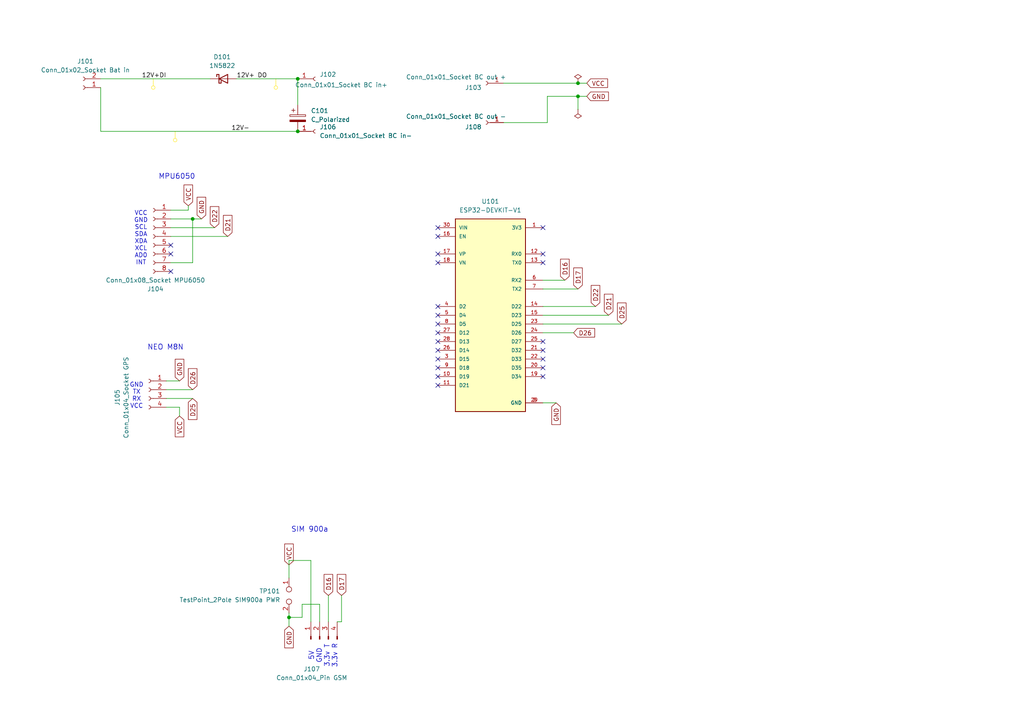
<source format=kicad_sch>
(kicad_sch (version 20250114) (generator "eeschema") (generator_version "9.0")
  (paper "A4")
  (lib_symbols
    (symbol "Connector:Conn_01x01_Socket" (pin_names (offset 1.016) (hide yes))
      (property "Reference" "J" (at 0 2.54 0))
      (property "Value" "Conn_01x01_Socket" (at 0 -2.54 0))
      (symbol "Conn_01x01_Socket_1_1"
        (polyline (pts (xy -1.27 0) (xy -0.508 0)) (stroke (width 0.1524)))
        (arc (start 0 -0.508) (mid -0.5058 0) (end 0 0.508) (stroke (width 0.1524)))
        (pin passive line (at -5.08 0 0) (length 3.81) (name "Pin_1") (number "1"))
      )
    )
    (symbol "Connector:Conn_01x02_Socket" (pin_names (offset 1.016) (hide yes))
      (property "Reference" "J" (at 0 2.54 0))
      (property "Value" "Conn_01x02_Socket" (at 0 -5.08 0))
      (symbol "Conn_01x02_Socket_1_1"
        (polyline (pts (xy -1.27 0) (xy -0.508 0)) (stroke (width 0.1524)))
        (polyline (pts (xy -1.27 -2.54) (xy -0.508 -2.54)) (stroke (width 0.1524)))
        (arc (start 0 -0.508) (mid -0.5058 0) (end 0 0.508) (stroke (width 0.1524)))
        (arc (start 0 -3.048) (mid -0.5058 -2.54) (end 0 -2.032) (stroke (width 0.1524)))
        (pin passive line (at -5.08 0 0) (length 3.81) (name "Pin_1") (number "1"))
        (pin passive line (at -5.08 -2.54 0) (length 3.81) (name "Pin_2") (number "2"))
      )
    )
    (symbol "Connector:Conn_01x04_Pin" (pin_names (offset 1.016) (hide yes))
      (property "Reference" "J" (at 0 5.08 0))
      (property "Value" "Conn_01x04_Pin" (at 0 -7.62 0))
      (symbol "Conn_01x04_Pin_1_1"
        (rectangle (start 0.8636 2.667) (end 0 2.413) (stroke (width 0.1524)) (fill (type outline)))
        (rectangle (start 0.8636 0.127) (end 0 -0.127) (stroke (width 0.1524)) (fill (type outline)))
        (rectangle (start 0.8636 -2.413) (end 0 -2.667) (stroke (width 0.1524)) (fill (type outline)))
        (rectangle (start 0.8636 -4.953) (end 0 -5.207) (stroke (width 0.1524)) (fill (type outline)))
        (polyline (pts (xy 1.27 2.54) (xy 0.8636 2.54)) (stroke (width 0.1524)))
        (polyline (pts (xy 1.27 0) (xy 0.8636 0)) (stroke (width 0.1524)))
        (polyline (pts (xy 1.27 -2.54) (xy 0.8636 -2.54)) (stroke (width 0.1524)))
        (polyline (pts (xy 1.27 -5.08) (xy 0.8636 -5.08)) (stroke (width 0.1524)))
        (pin passive line (at 5.08 2.54 180) (length 3.81) (name "Pin_1") (number "1"))
        (pin passive line (at 5.08 0 180) (length 3.81) (name "Pin_2") (number "2"))
        (pin passive line (at 5.08 -2.54 180) (length 3.81) (name "Pin_3") (number "3"))
        (pin passive line (at 5.08 -5.08 180) (length 3.81) (name "Pin_4") (number "4"))
      )
    )
    (symbol "Connector:Conn_01x04_Socket" (pin_names (offset 1.016) (hide yes))
      (property "Reference" "J" (at 0 5.08 0))
      (property "Value" "Conn_01x04_Socket" (at 0 -7.62 0))
      (symbol "Conn_01x04_Socket_1_1"
        (polyline (pts (xy -1.27 2.54) (xy -0.508 2.54)) (stroke (width 0.1524)))
        (polyline (pts (xy -1.27 0) (xy -0.508 0)) (stroke (width 0.1524)))
        (polyline (pts (xy -1.27 -2.54) (xy -0.508 -2.54)) (stroke (width 0.1524)))
        (polyline (pts (xy -1.27 -5.08) (xy -0.508 -5.08)) (stroke (width 0.1524)))
        (arc (start 0 2.032) (mid -0.5058 2.54) (end 0 3.048) (stroke (width 0.1524)))
        (arc (start 0 -0.508) (mid -0.5058 0) (end 0 0.508) (stroke (width 0.1524)))
        (arc (start 0 -3.048) (mid -0.5058 -2.54) (end 0 -2.032) (stroke (width 0.1524)))
        (arc (start 0 -5.588) (mid -0.5058 -5.08) (end 0 -4.572) (stroke (width 0.1524)))
        (pin passive line (at -5.08 2.54 0) (length 3.81) (name "Pin_1") (number "1"))
        (pin passive line (at -5.08 0 0) (length 3.81) (name "Pin_2") (number "2"))
        (pin passive line (at -5.08 -2.54 0) (length 3.81) (name "Pin_3") (number "3"))
        (pin passive line (at -5.08 -5.08 0) (length 3.81) (name "Pin_4") (number "4"))
      )
    )
    (symbol "Connector:Conn_01x08_Socket" (pin_names (offset 1.016) (hide yes))
      (property "Reference" "J" (at 0 10.16 0))
      (property "Value" "Conn_01x08_Socket" (at 0 -12.7 0))
      (symbol "Conn_01x08_Socket_1_1"
        (polyline (pts (xy -1.27 7.62) (xy -0.508 7.62)) (stroke (width 0.1524)))
        (polyline (pts (xy -1.27 5.08) (xy -0.508 5.08)) (stroke (width 0.1524)))
        (polyline (pts (xy -1.27 2.54) (xy -0.508 2.54)) (stroke (width 0.1524)))
        (polyline (pts (xy -1.27 0) (xy -0.508 0)) (stroke (width 0.1524)))
        (polyline (pts (xy -1.27 -2.54) (xy -0.508 -2.54)) (stroke (width 0.1524)))
        (polyline (pts (xy -1.27 -5.08) (xy -0.508 -5.08)) (stroke (width 0.1524)))
        (polyline (pts (xy -1.27 -7.62) (xy -0.508 -7.62)) (stroke (width 0.1524)))
        (polyline (pts (xy -1.27 -10.16) (xy -0.508 -10.16)) (stroke (width 0.1524)))
        (arc (start 0 7.112) (mid -0.5058 7.62) (end 0 8.128) (stroke (width 0.1524)))
        (arc (start 0 4.572) (mid -0.5058 5.08) (end 0 5.588) (stroke (width 0.1524)))
        (arc (start 0 2.032) (mid -0.5058 2.54) (end 0 3.048) (stroke (width 0.1524)))
        (arc (start 0 -0.508) (mid -0.5058 0) (end 0 0.508) (stroke (width 0.1524)))
        (arc (start 0 -3.048) (mid -0.5058 -2.54) (end 0 -2.032) (stroke (width 0.1524)))
        (arc (start 0 -5.588) (mid -0.5058 -5.08) (end 0 -4.572) (stroke (width 0.1524)))
        (arc (start 0 -8.128) (mid -0.5058 -7.62) (end 0 -7.112) (stroke (width 0.1524)))
        (arc (start 0 -10.668) (mid -0.5058 -10.16) (end 0 -9.652) (stroke (width 0.1524)))
        (pin passive line (at -5.08 7.62 0) (length 3.81) (name "Pin_1") (number "1"))
        (pin passive line (at -5.08 5.08 0) (length 3.81) (name "Pin_2") (number "2"))
        (pin passive line (at -5.08 2.54 0) (length 3.81) (name "Pin_3") (number "3"))
        (pin passive line (at -5.08 0 0) (length 3.81) (name "Pin_4") (number "4"))
        (pin passive line (at -5.08 -2.54 0) (length 3.81) (name "Pin_5") (number "5"))
        (pin passive line (at -5.08 -5.08 0) (length 3.81) (name "Pin_6") (number "6"))
        (pin passive line (at -5.08 -7.62 0) (length 3.81) (name "Pin_7") (number "7"))
        (pin passive line (at -5.08 -10.16 0) (length 3.81) (name "Pin_8") (number "8"))
      )
    )
    (symbol "Connector:TestPoint_2Pole" (pin_names (offset 0.762) (hide yes))
      (property "Reference" "TP" (at 0 1.524 0))
      (property "Value" "TestPoint_2Pole" (at 0 -1.778 0))
      (symbol "TestPoint_2Pole_0_1"
        (circle (center -1.778 0) (radius 0.762))
        (circle (center 1.778 0) (radius 0.762))
        (pin passive line (at -5.08 0 0) (length 2.54) (name "1") (number "1"))
        (pin passive line (at 5.08 0 180) (length 2.54) (name "2") (number "2"))
      )
    )
    (symbol "Device:C_Polarized" (pin_numbers (hide yes)) (pin_names (offset 0.254))
      (property "Reference" "C" (at 0.635 2.54 0))
      (property "Value" "C_Polarized" (at 0.635 -2.54 0))
      (symbol "C_Polarized_0_1"
        (rectangle (start -2.286 0.508) (end 2.286 1.016))
        (polyline (pts (xy -1.778 2.286) (xy -0.762 2.286)))
        (polyline (pts (xy -1.27 2.794) (xy -1.27 1.778)))
        (rectangle (start 2.286 -0.508) (end -2.286 -1.016) (fill (type outline)))
      )
      (symbol "C_Polarized_1_1"
        (pin passive line (at 0 3.81 270) (length 2.794) (name "~") (number "1"))
        (pin passive line (at 0 -3.81 90) (length 2.794) (name "~") (number "2"))
      )
    )
    (symbol "Diode:1N5822" (pin_numbers (hide yes)) (pin_names (offset 1.016) (hide yes))
      (property "Reference" "D" (at 0 2.54 0))
      (property "Value" "1N5822" (at 0 -2.54 0))
      (symbol "1N5822_0_1"
        (polyline (pts (xy -1.905 0.635) (xy -1.905 1.27) (xy -1.27 1.27) (xy -1.27 -1.27) (xy -0.635 -1.27) (xy -0.635 -0.635)) (stroke (width 0.254)))
        (polyline (pts (xy 1.27 1.27) (xy 1.27 -1.27) (xy -1.27 0) (xy 1.27 1.27)) (stroke (width 0.254)))
        (polyline (pts (xy 1.27 0) (xy -1.27 0)))
      )
      (symbol "1N5822_1_1"
        (pin passive line (at -3.81 0 0) (length 2.54) (name "K") (number "1"))
        (pin passive line (at 3.81 0 180) (length 2.54) (name "A") (number "2"))
      )
    )
    (symbol "ESP32-DEVKIT-V1:ESP32-DEVKIT-V1" (pin_names (offset 1.016))
      (property "Reference" "U" (at -10.16 30.48 0))
      (property "Value" "ESP32-DEVKIT-V1" (at -10.16 -30.48 0))
      (symbol "ESP32-DEVKIT-V1_0_0"
        (rectangle (start -10.16 -27.94) (end 10.16 27.94) (stroke (width 0.254)) (fill (type background)))
        (pin input line (at -15.24 25.4 0) (length 5.08) (name "VIN") (number "30"))
        (pin input line (at -15.24 22.86 0) (length 5.08) (name "EN") (number "16"))
        (pin bidirectional line (at -15.24 17.78 0) (length 5.08) (name "VP") (number "17"))
        (pin bidirectional line (at -15.24 15.24 0) (length 5.08) (name "VN") (number "18"))
        (pin bidirectional line (at -15.24 2.54 0) (length 5.08) (name "D2") (number "4"))
        (pin bidirectional line (at -15.24 0 0) (length 5.08) (name "D4") (number "5"))
        (pin bidirectional line (at -15.24 -2.54 0) (length 5.08) (name "D5") (number "8"))
        (pin bidirectional line (at -15.24 -5.08 0) (length 5.08) (name "D12") (number "27"))
        (pin bidirectional line (at -15.24 -7.62 0) (length 5.08) (name "D13") (number "28"))
        (pin bidirectional line (at -15.24 -10.16 0) (length 5.08) (name "D14") (number "26"))
        (pin bidirectional line (at -15.24 -12.7 0) (length 5.08) (name "D15") (number "3"))
        (pin bidirectional line (at -15.24 -15.24 0) (length 5.08) (name "D18") (number "9"))
        (pin bidirectional line (at -15.24 -17.78 0) (length 5.08) (name "D19") (number "10"))
        (pin bidirectional line (at -15.24 -20.32 0) (length 5.08) (name "D21") (number "11"))
        (pin output line (at 15.24 25.4 180) (length 5.08) (name "3V3") (number "1"))
        (pin input line (at 15.24 17.78 180) (length 5.08) (name "RX0") (number "12"))
        (pin output line (at 15.24 15.24 180) (length 5.08) (name "TX0") (number "13"))
        (pin input line (at 15.24 10.16 180) (length 5.08) (name "RX2") (number "6"))
        (pin output line (at 15.24 7.62 180) (length 5.08) (name "TX2") (number "7"))
        (pin bidirectional line (at 15.24 2.54 180) (length 5.08) (name "D22") (number "14"))
        (pin bidirectional line (at 15.24 0 180) (length 5.08) (name "D23") (number "15"))
        (pin bidirectional line (at 15.24 -2.54 180) (length 5.08) (name "D25") (number "23"))
        (pin bidirectional line (at 15.24 -5.08 180) (length 5.08) (name "D26") (number "24"))
        (pin bidirectional line (at 15.24 -7.62 180) (length 5.08) (name "D27") (number "25"))
        (pin bidirectional line (at 15.24 -10.16 180) (length 5.08) (name "D32") (number "21"))
        (pin bidirectional line (at 15.24 -12.7 180) (length 5.08) (name "D33") (number "22"))
        (pin bidirectional line (at 15.24 -15.24 180) (length 5.08) (name "D35") (number "20"))
        (pin bidirectional line (at 15.24 -17.78 180) (length 5.08) (name "D34") (number "19"))
        (pin power_in line (at 15.24 -25.4 180) (length 5.08) (name "GND") (number "2"))
        (pin power_in line (at 15.24 -25.4 180) (length 5.08) (name "GND") (number "29"))
      )
    )
    (symbol "power:PWR_FLAG" (power) (pin_numbers (hide yes)) (pin_names (offset 0) (hide yes))
      (property "Value" "PWR_FLAG" (at 0 3.81 0))
      (symbol "PWR_FLAG_0_0"
        (pin power_out line (at 0 0 90) (length 0) (name "~") (number "1"))
      )
      (symbol "PWR_FLAG_0_1"
        (polyline (pts (xy 0 0) (xy 0 1.27) (xy -1.016 1.905) (xy 0 2.54) (xy 1.016 1.905) (xy 0 1.27)))
      )
    )
  )
  (text "VCC\nGND\nSCL\nSDA\nXDA\nXCL\nAD0\nINT" (at 40.894 69.088 0) (effects (font (size 1.27 1.27))))
  (text "5V\nGND\n3.3v T\n3.3v R" (at 93.726 190.246 90) (effects (font (size 1.4 1.4))))
  (text "SIM 900a " (at 90.424 153.67 0) (effects (font (size 1.5 1.5))))
  (text "NEO M8N" (at 48.006 100.838 0) (effects (font (size 1.5 1.5))))
  (text "GND\nTX\nRX\nVCC" (at 39.624 114.808 0) (effects (font (size 1.27 1.27))))
  (text "MPU6050" (at 51.308 51.308 0) (effects (font (size 1.5 1.5))))
  (junction (at 55.88 63.5))
  (junction (at 167.64 27.94))
  (junction (at 86.36 38.1))
  (junction (at 83.82 179.07))
  (junction (at 86.36 22.86))
  (junction (at 167.64 24.13))
  (no_connect (at 127 104.14))
  (no_connect (at 127 96.52))
  (no_connect (at 157.48 101.6))
  (no_connect (at 49.53 71.12))
  (no_connect (at 157.48 106.68))
  (no_connect (at 127 99.06))
  (no_connect (at 127 73.66))
  (no_connect (at 127 101.6))
  (no_connect (at 127 66.04))
  (no_connect (at 127 88.9))
  (no_connect (at 157.48 66.04))
  (no_connect (at 157.48 104.14))
  (no_connect (at 49.53 73.66))
  (no_connect (at 157.48 76.2))
  (no_connect (at 157.48 73.66))
  (no_connect (at 127 93.98))
  (no_connect (at 127 106.68))
  (no_connect (at 157.48 99.06))
  (no_connect (at 127 109.22))
  (no_connect (at 127 68.58))
  (no_connect (at 127 111.76))
  (no_connect (at 157.48 109.22))
  (no_connect (at 127 91.44))
  (no_connect (at 127 76.2))
  (no_connect (at 49.53 78.74))
  (wire (pts (xy 68.58 22.86) (xy 86.36 22.86)))
  (wire (pts (xy 158.75 35.56) (xy 158.75 27.94)))
  (wire (pts (xy 48.26 118.11) (xy 52.07 118.11)))
  (wire (pts (xy 158.75 27.94) (xy 167.64 27.94)))
  (wire (pts (xy 170.18 24.13) (xy 167.64 24.13)))
  (wire (pts (xy 86.36 22.86) (xy 86.36 30.48)))
  (wire (pts (xy 167.64 31.75) (xy 167.64 27.94)))
  (wire (pts (xy 90.17 180.34) (xy 90.17 162.56)))
  (wire (pts (xy 92.71 175.26) (xy 87.63 175.26)))
  (wire (pts (xy 157.48 83.82) (xy 167.64 83.82)))
  (wire (pts (xy 48.26 115.57) (xy 55.88 115.57)))
  (wire (pts (xy 48.26 110.49) (xy 52.07 110.49)))
  (wire (pts (xy 83.82 179.07) (xy 83.82 181.61)))
  (wire (pts (xy 83.82 162.56) (xy 83.82 167.64)))
  (wire (pts (xy 55.88 76.2) (xy 55.88 63.5)))
  (wire (pts (xy 49.53 66.04) (xy 62.23 66.04)))
  (wire (pts (xy 92.71 180.34) (xy 92.71 175.26)))
  (wire (pts (xy 49.53 76.2) (xy 55.88 76.2)))
  (wire (pts (xy 157.48 96.52) (xy 166.37 96.52)))
  (wire (pts (xy 49.53 63.5) (xy 55.88 63.5)))
  (wire (pts (xy 90.17 162.56) (xy 83.82 162.56)))
  (wire (pts (xy 170.18 27.94) (xy 167.64 27.94)))
  (wire (pts (xy 99.06 172.72) (xy 99.06 180.34)))
  (wire (pts (xy 157.48 116.84) (xy 161.29 116.84)))
  (wire (pts (xy 29.21 22.86) (xy 60.96 22.86)))
  (wire (pts (xy 87.63 175.26) (xy 87.63 179.07)))
  (wire (pts (xy 146.05 35.56) (xy 158.75 35.56)))
  (wire (pts (xy 87.63 179.07) (xy 83.82 179.07)))
  (wire (pts (xy 29.21 25.4) (xy 29.21 38.1)))
  (wire (pts (xy 157.48 93.98) (xy 180.34 93.98)))
  (wire (pts (xy 95.25 172.72) (xy 95.25 180.34)))
  (wire (pts (xy 29.21 38.1) (xy 86.36 38.1)))
  (wire (pts (xy 157.48 81.28) (xy 163.83 81.28)))
  (wire (pts (xy 52.07 118.11) (xy 52.07 120.65)))
  (wire (pts (xy 146.05 24.13) (xy 167.64 24.13)))
  (wire (pts (xy 99.06 180.34) (xy 97.79 180.34)))
  (wire (pts (xy 157.48 91.44) (xy 176.53 91.44)))
  (wire (pts (xy 48.26 113.03) (xy 55.88 113.03)))
  (wire (pts (xy 49.53 60.96) (xy 54.61 60.96)))
  (wire (pts (xy 83.82 177.8) (xy 83.82 179.07)))
  (wire (pts (xy 55.88 63.5) (xy 58.42 63.5)))
  (wire (pts (xy 157.48 88.9) (xy 172.72 88.9)))
  (wire (pts (xy 54.61 60.96) (xy 54.61 59.69)))
  (wire (pts (xy 49.53 68.58) (xy 66.04 68.58)))
  (label "12V-" (at 72.39 38.1 180))
  (label "12V+DI" (at 48.26 22.86 180))
  (label "12V+ DO" (at 77.47 22.86 180))
  (global_label "D17" (shape input) (at 99.06 172.72 90) (property "Intersheetrefs" "${INTERSHEET_REFS}" (effects (hide yes))))
  (global_label "VCC" (shape input) (at 52.07 120.65 270) (property "Intersheetrefs" "${INTERSHEET_REFS}" (effects (hide yes))))
  (global_label "D26" (shape input) (at 166.37 96.52 0) (property "Intersheetrefs" "${INTERSHEET_REFS}" (effects (hide yes))))
  (global_label "VCC" (shape input) (at 83.82 163.83 90) (property "Intersheetrefs" "${INTERSHEET_REFS}" (effects (hide yes))))
  (global_label "VCC" (shape input) (at 54.61 59.69 90) (property "Intersheetrefs" "${INTERSHEET_REFS}" (effects (hide yes))))
  (global_label "GND" (shape input) (at 170.18 27.94 0) (property "Intersheetrefs" "${INTERSHEET_REFS}" (effects (hide yes))))
  (global_label "D16" (shape input) (at 163.83 81.28 90) (property "Intersheetrefs" "${INTERSHEET_REFS}" (effects (hide yes))))
  (global_label "D22" (shape input) (at 62.23 66.04 90) (property "Intersheetrefs" "${INTERSHEET_REFS}" (effects (hide yes))))
  (global_label "D22" (shape input) (at 172.72 88.9 90) (property "Intersheetrefs" "${INTERSHEET_REFS}" (effects (hide yes))))
  (global_label "GND" (shape input) (at 83.82 181.61 270) (property "Intersheetrefs" "${INTERSHEET_REFS}" (effects (hide yes))))
  (global_label "D26" (shape input) (at 55.88 113.03 90) (property "Intersheetrefs" "${INTERSHEET_REFS}" (effects (hide yes))))
  (global_label "GND" (shape input) (at 161.29 116.84 270) (property "Intersheetrefs" "${INTERSHEET_REFS}" (effects (hide yes))))
  (global_label "GND" (shape input) (at 58.42 63.5 90) (property "Intersheetrefs" "${INTERSHEET_REFS}" (effects (hide yes))))
  (global_label "GND" (shape input) (at 52.07 110.49 90) (property "Intersheetrefs" "${INTERSHEET_REFS}" (effects (hide yes))))
  (global_label "D21" (shape input) (at 176.53 91.44 90) (property "Intersheetrefs" "${INTERSHEET_REFS}" (effects (hide yes))))
  (global_label "D17" (shape input) (at 167.64 83.82 90) (property "Intersheetrefs" "${INTERSHEET_REFS}" (effects (hide yes))))
  (global_label "D25" (shape input) (at 55.88 115.57 270) (property "Intersheetrefs" "${INTERSHEET_REFS}" (effects (hide yes))))
  (global_label "D25" (shape input) (at 180.34 93.98 90) (property "Intersheetrefs" "${INTERSHEET_REFS}" (effects (hide yes))))
  (global_label "D21" (shape input) (at 66.04 68.58 90) (property "Intersheetrefs" "${INTERSHEET_REFS}" (effects (hide yes))))
  (global_label "VCC" (shape input) (at 170.18 24.13 0) (property "Intersheetrefs" "${INTERSHEET_REFS}" (effects (hide yes))))
  (global_label "D16" (shape input) (at 95.25 172.72 90) (property "Intersheetrefs" "${INTERSHEET_REFS}" (effects (hide yes))))
  (netclass_flag "" (length 2.54) (shape round) (at 44.45 22.86 180) (property "Netclass" "PWR_12V" (effects (hide yes))))
  (netclass_flag "" (length 2.54) (shape round) (at 80.01 22.86 180) (property "Netclass" "PWR_12V" (effects (hide yes))))
  (netclass_flag "" (length 2.54) (shape round) (at 50.8 38.1 180) (property "Netclass" "PWR_12V" (effects (hide yes))))
  (symbol (lib_id "Connector:Conn_01x04_Socket") (at 43.18 113.03 0) (mirror y) (unit 1)
    (property "Reference" "J105" (at 34.036 115.316 90))
    (property "Value" "Conn_01x04_Socket GPS" (at 36.576 115.316 90))
    (property "Footprint" "Connector_PinSocket_2.54mm:PinSocket_1x04_P2.54mm_Vertical" (effects (hide yes)))
    (property "Description" "Generic connector, single row, 01x04, script generated" (effects (hide yes)))
  )
  (symbol (lib_id "power:PWR_FLAG") (at 167.64 24.13 0) (mirror y) (unit 1)
    (property "Reference" "#FLG0101" (effects (hide yes)))
    (property "Value" "PWR_FLAG" (effects (hide yes)))
    (property "Description" "Special symbol for telling ERC where power comes from" (effects (hide yes)))
  )
  (symbol (lib_id "Connector:Conn_01x01_Socket") (at 91.44 22.86 0) (unit 1)
    (property "Reference" "J102" (at 92.71 21.5899 0) (effects (justify left)))
    (property "Value" "Conn_01x01_Socket BC in+" (at 85.598 24.638 0) (effects (justify left)))
    (property "Footprint" "Connector_PinSocket_2.54mm:PinSocket_1x01_P2.54mm_Vertical" (effects (hide yes)))
    (property "Description" "Generic connector, single row, 01x01, script generated" (effects (hide yes)))
  )
  (symbol (lib_id "power:PWR_FLAG") (at 167.64 31.75 0) (mirror x) (unit 1)
    (property "Reference" "#FLG0102" (effects (hide yes)))
    (property "Value" "PWR_FLAG" (effects (hide yes)))
    (property "Description" "Special symbol for telling ERC where power comes from" (effects (hide yes)))
  )
  (symbol (lib_id "Connector:Conn_01x01_Socket") (at 140.97 35.56 180) (unit 1)
    (property "Reference" "J108" (at 139.7 36.8301 0) (effects (justify left)))
    (property "Value" "Conn_01x01_Socket BC out -" (at 146.812 33.782 0) (effects (justify left)))
    (property "Footprint" "Connector_PinSocket_2.54mm:PinSocket_1x01_P2.54mm_Vertical" (effects (hide yes)))
    (property "Description" "Generic connector, single row, 01x01, script generated" (effects (hide yes)))
  )
  (symbol (lib_id "Device:C_Polarized") (at 86.36 34.29 0) (unit 1)
    (property "Reference" "C101" (at 90.17 32.1309 0) (effects (justify left)))
    (property "Value" "C_Polarized" (at 90.17 34.6709 0) (effects (justify left)))
    (property "Footprint" "Capacitor_THT:CP_Radial_D8.0mm_P3.50mm" (effects (hide yes)))
    (property "Description" "Polarized capacitor" (effects (hide yes)))
  )
  (symbol (lib_id "Connector:TestPoint_2Pole") (at 83.82 172.72 90) (mirror x) (unit 1)
    (property "Reference" "TP101" (at 81.28 171.4499 90) (effects (justify left)))
    (property "Value" "TestPoint_2Pole SIM900a PWR" (at 81.28 173.9899 90) (effects (justify left)))
    (property "Footprint" "TestPoint:TestPoint_2Pads_Pitch5.08mm_Drill1.3mm" (effects (hide yes)))
    (property "Description" "2-polar test point" (effects (hide yes)))
  )
  (symbol (lib_id "Diode:1N5822") (at 64.77 22.86 0) (unit 1)
    (property "Reference" "D101" (at 64.4525 16.51 0))
    (property "Value" "1N5822" (at 64.4525 19.05 0))
    (property "Footprint" "Diode_THT:D_DO-201AD_P15.24mm_Horizontal" (effects (hide yes)))
    (property "Datasheet" "http://www.vishay.com/docs/88526/1n5820.pdf" (effects (hide yes)))
    (property "Description" "40V 3A Schottky Barrier Rectifier Diode, DO-201AD" (effects (hide yes)))
  )
  (symbol (lib_id "Connector:Conn_01x08_Socket") (at 44.45 68.58 0) (mirror y) (unit 1)
    (property "Reference" "J104" (at 45.085 83.82 0))
    (property "Value" "Conn_01x08_Socket MPU6050" (at 45.085 81.28 0))
    (property "Footprint" "Connector_PinSocket_2.54mm:PinSocket_1x08_P2.54mm_Vertical" (effects (hide yes)))
    (property "Description" "Generic connector, single row, 01x08, script generated" (effects (hide yes)))
  )
  (symbol (lib_id "ESP32-DEVKIT-V1:ESP32-DEVKIT-V1") (at 142.24 91.44 0) (unit 1)
    (property "Reference" "U101" (at 142.24 58.42 0))
    (property "Value" "ESP32-DEVKIT-V1" (at 142.24 60.96 0))
    (property "Footprint" "ESP32_Modules:MODULE_ESP32_DEVKIT_V1" (effects (hide yes)))
    (property "MF" "Do it" (effects (hide yes)))
    (property "MAXIMUM_PACKAGE_HEIGHT" "6.8 mm" (effects (hide yes)))
    (property "Package" "None" (effects (hide yes)))
    (property "Price" "None" (effects (hide yes)))
    (property "Check_prices" "https://www.snapeda.com/parts/ESP32-DEVKIT-V1/Do+it/view-part/?ref=eda" (effects (hide yes)))
    (property "STANDARD" "Manufacturer Recommendations" (effects (hide yes)))
    (property "PARTREV" "N/A" (effects (hide yes)))
    (property "SnapEDA_Link" "https://www.snapeda.com/parts/ESP32-DEVKIT-V1/Do+it/view-part/?ref=snap" (effects (hide yes)))
    (property "MP" "ESP32-DEVKIT-V1" (effects (hide yes)))
    (property "Description_1" "Dual core, Wi-Fi: 2.4 GHz up to 150 Mbits/s,BLE (Bluetooth Low Energy) and legacy Bluetooth, 32 bits, Up to 240 MHz" (effects (hide yes)))
    (property "Availability" "Not in stock" (effects (hide yes)))
    (property "MANUFACTURER" "DOIT" (effects (hide yes)))
  )
  (symbol (lib_id "Connector:Conn_01x04_Pin") (at 92.71 185.42 90) (unit 1)
    (property "Reference" "J107" (at 90.424 194.056 90))
    (property "Value" "Conn_01x04_Pin GSM" (at 90.424 196.596 90))
    (property "Footprint" "Connector_PinSocket_2.54mm:PinSocket_1x04_P2.54mm_Vertical" (effects (hide yes)))
    (property "Description" "Generic connector, single row, 01x04, script generated" (effects (hide yes)))
  )
  (symbol (lib_id "Connector:Conn_01x02_Socket") (at 24.13 25.4 180) (unit 1)
    (property "Reference" "J101" (at 24.765 17.78 0))
    (property "Value" "Conn_01x02_Socket Bat in" (at 24.765 20.32 0))
    (property "Footprint" "Connector_JST:JST_XH_B2B-XH-AM_1x02_P2.50mm_Vertical" (effects (hide yes)))
    (property "Description" "Generic connector, single row, 01x02, script generated" (effects (hide yes)))
  )
  (symbol (lib_id "Connector:Conn_01x01_Socket") (at 140.97 24.13 180) (unit 1)
    (property "Reference" "J103" (at 139.7 25.4001 0) (effects (justify left)))
    (property "Value" "Conn_01x01_Socket BC out +" (at 146.812 22.352 0) (effects (justify left)))
    (property "Footprint" "Connector_PinSocket_2.54mm:PinSocket_1x01_P2.54mm_Vertical" (effects (hide yes)))
    (property "Description" "Generic connector, single row, 01x01, script generated" (effects (hide yes)))
  )
  (symbol (lib_id "Connector:Conn_01x01_Socket") (at 91.44 38.1 0) (unit 1)
    (property "Reference" "J106" (at 92.71 36.8299 0) (effects (justify left)))
    (property "Value" "Conn_01x01_Socket BC in-" (at 92.71 39.3699 0) (effects (justify left)))
    (property "Footprint" "Connector_PinSocket_2.54mm:PinSocket_1x01_P2.54mm_Vertical" (effects (hide yes)))
    (property "Description" "Generic connector, single row, 01x01, script generated" (effects (hide yes)))
  )
)
</source>
